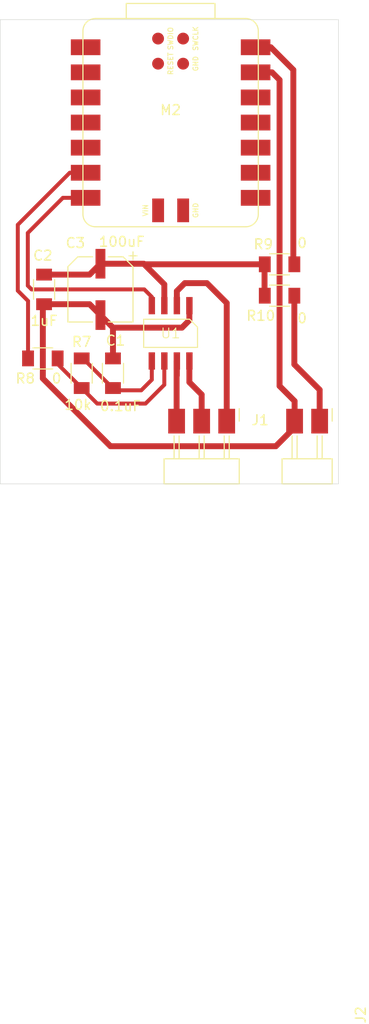
<source format=kicad_pcb>
(kicad_pcb (version 20241229) (generator "pcbnew") (generator_version "9.0")
  (layers (0 "F.Cu" signal) (2 "B.Cu" signal) (13 "F.Paste" user) (15 "B.Paste" user) (5 "F.SilkS" user "F.Silkscreen") (7 "B.SilkS" user "B.Silkscreen") (1 "F.Mask" user) (3 "B.Mask" user) (25 "Edge.Cuts" user))
  (net 0 "")
  (net 1 "/CYCLE")
  (net 2 "Net-(U1-VREF)")
  (net 3 "PWR_GND")
  (net 4 "+5V")
  (net 5 "/PWM")
  (net 6 "Net-(J1-Pin_3)")
  (net 7 "Net-(J1-Pin_1)")
  (net 8 "Net-(J1-Pin_2)")
  (net 22 "VCC")
  (net 26 "Net-(U1-FG)")
  (net 27 "/VCC_EXT")
  (footprint "fab:SeeedStudio_XIAO_RP2040_smd" (layer "F.Cu") (at 165.862 67.564)
    (property "Reference" "M2" (at 0 -1.27 0) (layer "F.SilkS"))
    (property "Value" "Module_XIAO-RP2040")
    (fp_line (start -8.8875 9.281) (end -8.8875 -9.261) (stroke (width 0.12)) (layer "F.SilkS"))
    (fp_line (start -7.6175 -10.531) (end 7.6225 -10.531) (stroke (width 0.12)) (layer "F.SilkS"))
    (fp_line (start 7.6225 10.551) (end -7.6175 10.551) (stroke (width 0.12)) (layer "F.SilkS"))
    (fp_line (start 8.8925 -9.261) (end 8.8925 9.281) (stroke (width 0.12)) (layer "F.SilkS"))
    (fp_rect (start -4.4975 -10.531) (end 4.5025 -12.055) (stroke (width 0.12)) (fill no) (layer "F.SilkS"))
    (fp_arc (start -8.8875 -9.261) (mid -8.515526 -10.159026) (end -7.6175 -10.531) (stroke (width 0.12)) (layer "F.SilkS"))
    (fp_arc (start -7.6175 10.551) (mid -8.515526 10.179026) (end -8.8875 9.281) (stroke (width 0.12)) (layer "F.SilkS"))
    (fp_arc (start 7.6225 -10.531) (mid 8.520526 -10.159026) (end 8.8925 -9.261) (stroke (width 0.12)) (layer "F.SilkS"))
    (fp_arc (start 8.8925 9.281) (mid 8.520526 10.179026) (end 7.6225 10.551) (stroke (width 0.12)) (layer "F.SilkS"))
    (fp_text user "SWCLK" (at 2.54 -8.5 90) (layer "F.SilkS") (effects (font (size 0.5 0.5) (thickness 0.1) (bold yes))))
    (fp_text user "SWDIO" (at 0 -8.5 90) (layer "F.SilkS") (effects (font (size 0.5 0.5) (thickness 0.1) (bold yes))))
    (fp_text user "VIN" (at -2.535 8.89 90) (layer "F.SilkS") (effects (font (size 0.5 0.5) (thickness 0.1) (bold yes))))
    (fp_text user "GND" (at 2.54 -5.96 90) (layer "F.SilkS") (effects (font (size 0.5 0.5) (thickness 0.1) (bold yes))))
    (fp_text user "RESET" (at 0 -5.96 90) (layer "F.SilkS") (effects (font (size 0.5 0.5) (thickness 0.1) (bold yes))))
    (fp_text user "GND" (at 2.545 8.89 90) (layer "F.SilkS") (effects (font (size 0.5 0.5) (thickness 0.1) (bold yes))))
    (pad "1" smd rect (at -7.615 -7.62) (size 3 1.6) (drill (offset -1 0)) (layers "F.Cu" "F.Mask" "F.Paste"))
    (pad "2" smd rect (at -7.615 -5.08) (size 3 1.6) (drill (offset -1 0)) (layers "F.Cu" "F.Mask" "F.Paste"))
    (pad "3" smd rect (at -7.615 -2.54) (size 3 1.6) (drill (offset -1 0)) (layers "F.Cu" "F.Mask" "F.Paste"))
    (pad "4" smd rect (at -7.615 0) (size 3 1.6) (drill (offset -1 0)) (layers "F.Cu" "F.Mask" "F.Paste"))
    (pad "5" smd rect (at -7.615 2.54) (size 3 1.6) (drill (offset -1 0)) (layers "F.Cu" "F.Mask" "F.Paste"))
    (pad "6" smd rect (at -7.615 5.08) (size 3 1.6) (drill (offset -1 0)) (layers "F.Cu" "F.Mask" "F.Paste") (net 1 "/CYCLE"))
    (pad "7" smd rect (at -7.615 7.62) (size 3 1.6) (drill (offset -1 0)) (layers "F.Cu" "F.Mask" "F.Paste") (net 5 "/PWM"))
    (pad "8" smd rect (at 7.62 7.62) (size 3 1.6) (drill (offset 1 0)) (layers "F.Cu" "F.Mask" "F.Paste"))
    (pad "9" smd rect (at 7.62 5.08) (size 3 1.6) (drill (offset 1 0)) (layers "F.Cu" "F.Mask" "F.Paste"))
    (pad "10" smd rect (at 7.62 2.54) (size 3 1.6) (drill (offset 1 0)) (layers "F.Cu" "F.Mask" "F.Paste"))
    (pad "11" smd rect (at 7.62 0) (size 3 1.6) (drill (offset 1 0)) (layers "F.Cu" "F.Mask" "F.Paste"))
    (pad "12" smd rect (at 7.62 -2.54) (size 3 1.6) (drill (offset 1 0)) (layers "F.Cu" "F.Mask" "F.Paste"))
    (pad "13" smd rect (at 7.62 -5.08) (size 3 1.6) (drill (offset 1 0)) (layers "F.Cu" "F.Mask" "F.Paste") (net 3 "PWR_GND"))
    (pad "14" smd rect (at 7.62 -7.62) (size 3 1.6) (drill (offset 1 0)) (layers "F.Cu" "F.Mask" "F.Paste") (net 4 "+5V"))
    (pad "15" smd rect (at 1.275 8.89 270) (size 2.4 1.2) (layers "F.Cu" "F.Mask" "F.Paste"))
    (pad "16" smd rect (at -1.265 8.89 270) (size 2.4 1.2) (layers "F.Cu" "F.Mask" "F.Paste"))
    (pad "17" smd circle (at -1.27 -8.5) (size 1.2 1.2) (layers "F.Cu" "F.Mask" "F.Paste"))
    (pad "18" smd circle (at -1.27 -5.96) (size 1.2 1.2) (layers "F.Cu" "F.Mask" "F.Paste"))
    (pad "19" smd circle (at 1.27 -5.96) (size 1.2 1.2) (layers "F.Cu" "F.Mask" "F.Paste"))
    (pad "20" smd circle (at 1.27 -8.5) (size 1.2 1.2) (layers "F.Cu" "F.Mask" "F.Paste"))
  )
  (footprint "fab:MotorDriver_BLDC_Allegro_A4949GLJTR-6-T" (layer "F.Cu") (at 165.862 88.9 180)
    (property "Reference" "U1" (at 0 0 0) (layer "F.SilkS") (effects (font (thickness 0.1))))
    (property "Value" "MotorDriver_BLDC_Allegro_A4949GLJTR-6-T")
    (fp_line (start 2.73 1.425) (end -1.93 1.425) (stroke (width 0.12)) (layer "F.SilkS"))
    (fp_line (start 2.73 -1.425) (end 2.73 1.425) (stroke (width 0.12)) (layer "F.SilkS"))
    (fp_line (start -1.93 1.425) (end -2.73 0.625) (stroke (width 0.12)) (layer "F.SilkS"))
    (fp_line (start -2.73 0.625) (end -2.73 -1.425) (stroke (width 0.12)) (layer "F.SilkS"))
    (fp_line (start -2.73 -1.425) (end 2.73 -1.425) (stroke (width 0.12)) (layer "F.SilkS"))
    (pad "1" smd rect (at -1.905 2.8 180) (size 0.65 1.75) (layers "F.Cu" "F.Mask" "F.Paste") (net 3 "PWR_GND"))
    (pad "2" smd rect (at -0.635 2.8 180) (size 0.65 1.75) (layers "F.Cu" "F.Mask" "F.Paste") (net 7 "Net-(J1-Pin_1)"))
    (pad "3" smd rect (at 0.635 2.8 180) (size 0.65 1.75) (layers "F.Cu" "F.Mask" "F.Paste") (net 22 "VCC"))
    (pad "4" smd rect (at 1.905 2.8 180) (size 0.65 1.75) (layers "F.Cu" "F.Mask" "F.Paste") (net 5 "/PWM"))
    (pad "5" smd rect (at 1.905 -2.8 180) (size 0.65 1.75) (layers "F.Cu" "F.Mask" "F.Paste") (net 2 "Net-(U1-VREF)"))
    (pad "6" smd rect (at 0.635 -2.8 180) (size 0.65 1.75) (layers "F.Cu" "F.Mask" "F.Paste") (net 26 "Net-(U1-FG)"))
    (pad "7" smd rect (at -0.635 -2.8 180) (size 0.65 1.75) (layers "F.Cu" "F.Mask" "F.Paste") (net 6 "Net-(J1-Pin_3)"))
    (pad "8" smd rect (at -1.905 -2.8 180) (size 0.65 1.75) (layers "F.Cu" "F.Mask" "F.Paste") (net 8 "Net-(J1-Pin_2)"))
  )
  (footprint "fab:C_1206" (layer "F.Cu") (at 160.02 92.94 90)
    (property "Reference" "C1" (at 3.308 0.254 180) (layer "F.SilkS"))
    (property "Value" "0.1uF" (at -3.326 0.762 180) (layer "F.SilkS"))
    (fp_line (start -1 -1.07) (end 1 -1.07) (stroke (width 0.12)) (layer "F.SilkS"))
    (fp_line (start 1 1.07) (end -1 1.07) (stroke (width 0.12)) (layer "F.SilkS"))
    (pad "1" smd rect (at -1.5 0 90) (size 1.2 1.6) (layers "F.Cu" "F.Mask" "F.Paste") (net 2 "Net-(U1-VREF)"))
    (pad "2" smd rect (at 1.5 0 90) (size 1.2 1.6) (layers "F.Cu" "F.Mask" "F.Paste") (net 3 "PWR_GND"))
  )
  (footprint "fab:R_1206" (layer "F.Cu") (at 176.911 81.915 180)
    (property "Reference" "R9" (at 1.651 2.032 0) (layer "F.SilkS"))
    (property "Value" "0" (at -2.286 2.159 0) (layer "F.SilkS"))
    (fp_line (start 1 1.07) (end -1 1.07) (stroke (width 0.12)) (layer "F.SilkS"))
    (fp_line (start -1 -1.07) (end 1 -1.07) (stroke (width 0.12)) (layer "F.SilkS"))
    (pad "1" smd rect (at -1.5 0 180) (size 1.2 1.6) (layers "F.Cu" "F.Mask" "F.Paste") (net 4 "+5V"))
    (pad "2" smd rect (at 1.5 0 180) (size 1.2 1.6) (layers "F.Cu" "F.Mask" "F.Paste") (net 22 "VCC"))
  )
  (footprint "fab:PinHeader_01x03_P2.54mm_Horizontal_SMD" (layer "F.Cu") (at 171.5516 97.79 -90)
    (property "Reference" "J1" (at -0.1016 -2.4384 180) (layer "F.SilkS") (effects (justify left)))
    (property "Value" "BLDC")
    (fp_line (start 3.81 6.35) (end 3.81 -1.27) (stroke (width 0.12)) (layer "F.SilkS"))
    (fp_line (start 6.35 6.35) (end 3.81 6.35) (stroke (width 0.12)) (layer "F.SilkS"))
    (fp_line (start 3.81 5.334) (end 1.5 5.334) (stroke (width 0.12)) (layer "F.SilkS"))
    (fp_line (start 3.81 4.826) (end 1.5 4.826) (stroke (width 0.12)) (layer "F.SilkS"))
    (fp_line (start 3.81 2.794) (end 1.5 2.794) (stroke (width 0.12)) (layer "F.SilkS"))
    (fp_line (start 3.81 2.286) (end 1.5 2.286) (stroke (width 0.12)) (layer "F.SilkS"))
    (fp_line (start 3.81 0.254) (end 1.5 0.254) (stroke (width 0.12)) (layer "F.SilkS"))
    (fp_line (start 3.81 -0.254) (end 1.5 -0.254) (stroke (width 0.12)) (layer "F.SilkS"))
    (fp_line (start -1.27 -1.27) (end 0 -1.27) (stroke (width 0.12)) (layer "F.SilkS"))
    (fp_line (start 3.81 -1.27) (end 6.35 -1.27) (stroke (width 0.12)) (layer "F.SilkS"))
    (fp_line (start 6.35 -1.27) (end 6.35 6.35) (stroke (width 0.12)) (layer "F.SilkS"))
    (pad "1" smd rect (at 0 0 270) (size 2.5 1.7) (layers "F.Cu" "F.Mask" "F.Paste") (net 7 "Net-(J1-Pin_1)"))
    (pad "2" smd rect (at 0 2.54 270) (size 2.5 1.7) (layers "F.Cu" "F.Mask" "F.Paste") (net 8 "Net-(J1-Pin_2)"))
    (pad "3" smd rect (at 0 5.08 270) (size 2.5 1.7) (layers "F.Cu" "F.Mask" "F.Paste") (net 6 "Net-(J1-Pin_3)"))
  )
  (footprint "fab:R_1206" (layer "F.Cu") (at 152.908 91.44)
    (property "Reference" "R8" (at -1.778 2.032 180) (layer "F.SilkS"))
    (property "Value" "0" (at 1.397 2.032 0) (layer "F.SilkS"))
    (fp_line (start -1 -1.07) (end 1 -1.07) (stroke (width 0.12)) (layer "F.SilkS"))
    (fp_line (start 1 1.07) (end -1 1.07) (stroke (width 0.12)) (layer "F.SilkS"))
    (pad "1" smd rect (at -1.5 0) (size 1.2 1.6) (layers "F.Cu" "F.Mask" "F.Paste") (net 1 "/CYCLE"))
    (pad "2" smd rect (at 1.5 0) (size 1.2 1.6) (layers "F.Cu" "F.Mask" "F.Paste") (net 26 "Net-(U1-FG)"))
  )
  (footprint "fab:C_1206" (layer "F.Cu") (at 153.035 84.455 -90)
    (property "Reference" "C2" (at -3.429 0.127 0) (layer "F.SilkS"))
    (property "Value" "1uF" (at 3.175 0 180) (layer "F.SilkS"))
    (fp_line (start 1 1.07) (end -1 1.07) (stroke (width 0.12)) (layer "F.SilkS"))
    (fp_line (start -1 -1.07) (end 1 -1.07) (stroke (width 0.12)) (layer "F.SilkS"))
    (pad "1" smd rect (at -1.5 0 270) (size 1.2 1.6) (layers "F.Cu" "F.Mask" "F.Paste") (net 22 "VCC"))
    (pad "2" smd rect (at 1.5 0 270) (size 1.2 1.6) (layers "F.Cu" "F.Mask" "F.Paste") (net 3 "PWR_GND"))
  )
  (footprint "fab:R_1206" (layer "F.Cu") (at 176.911 85.09 180)
    (property "Reference" "R10" (at 1.905 -2.032 180) (layer "F.SilkS"))
    (property "Value" "0" (at -2.286 -2.286 0) (layer "F.SilkS"))
    (fp_line (start 1 1.07) (end -1 1.07) (stroke (width 0.12)) (layer "F.SilkS"))
    (fp_line (start -1 -1.07) (end 1 -1.07) (stroke (width 0.12)) (layer "F.SilkS"))
    (pad "1" smd rect (at -1.5 0 180) (size 1.2 1.6) (layers "F.Cu" "F.Mask" "F.Paste") (net 27 "/VCC_EXT"))
    (pad "2" smd rect (at 1.5 0 180) (size 1.2 1.6) (layers "F.Cu" "F.Mask" "F.Paste") (net 22 "VCC"))
  )
  (footprint "fab:R_1206" (layer "F.Cu") (at 156.845 92.94 90)
    (property "Reference" "R7" (at 3.175 0 0) (layer "F.SilkS"))
    (property "Value" "10k" (at -3.199 -0.381 180) (layer "F.SilkS"))
    (fp_line (start -1 -1.07) (end 1 -1.07) (stroke (width 0.12)) (layer "F.SilkS"))
    (fp_line (start 1 1.07) (end -1 1.07) (stroke (width 0.12)) (layer "F.SilkS"))
    (pad "1" smd rect (at -1.5 0 90) (size 1.2 1.6) (layers "F.Cu" "F.Mask" "F.Paste") (net 26 "Net-(U1-FG)"))
    (pad "2" smd rect (at 1.5 0 90) (size 1.2 1.6) (layers "F.Cu" "F.Mask" "F.Paste") (net 2 "Net-(U1-VREF)"))
  )
  (footprint "fab:CP_Elec_100uF_Panasonic_EEE-FN1E101UL" (layer "F.Cu") (at 158.75 84.455 -90)
    (property "Reference" "C3" (at -4.699 2.54 0) (layer "F.SilkS"))
    (property "Value" "100uF" (at -4.826 -2.159 180) (layer "F.SilkS"))
    (fp_line (start -2.3 3.3) (end 3.3 3.3) (stroke (width 0.12)) (layer "F.SilkS"))
    (fp_line (start 3.3 3.3) (end 3.3 0.8) (stroke (width 0.12)) (layer "F.SilkS"))
    (fp_line (start -3.3 2.3) (end -2.3 3.3) (stroke (width 0.12)) (layer "F.SilkS"))
    (fp_line (start -3.3 0.8) (end -3.3 2.3) (stroke (width 0.12)) (layer "F.SilkS"))
    (fp_line (start -3.3 -0.8) (end -3.3 -2.3) (stroke (width 0.12)) (layer "F.SilkS"))
    (fp_line (start -3.3 -2.3) (end -2.3 -3.3) (stroke (width 0.12)) (layer "F.SilkS"))
    (fp_line (start -3.8 -3.3) (end -3 -3.3) (stroke (width 0.12)) (layer "F.SilkS"))
    (fp_line (start -2.3 -3.3) (end 3.3 -3.3) (stroke (width 0.12)) (layer "F.SilkS"))
    (fp_line (start 3.3 -3.3) (end 3.3 -0.8) (stroke (width 0.12)) (layer "F.SilkS"))
    (fp_line (start -3.4 -3.7) (end -3.4 -2.9) (stroke (width 0.12)) (layer "F.SilkS"))
    (pad "1" smd rect (at -2.6 0 270) (size 3 1) (layers "F.Cu" "F.Mask" "F.Paste") (net 22 "VCC"))
    (pad "2" smd rect (at 2.6 0 270) (size 3 1) (layers "F.Cu" "F.Mask" "F.Paste") (net 3 "PWR_GND"))
  )
  (footprint "fab:PinHeader_01x02_P2.54mm_Horizontal_SMD" (layer "F.Cu") (at 180.975 97.79 -90)
    (property "Reference" "J2" (at 61.051 -4.167 90) (layer "F.SilkS") (effects (justify left)))
    (property "Value" "External power")
    (fp_line (start 3.81 3.81) (end 3.81 -1.27) (stroke (width 0.12)) (layer "F.SilkS"))
    (fp_line (start 6.35 3.81) (end 3.81 3.81) (stroke (width 0.12)) (layer "F.SilkS"))
    (fp_line (start 3.81 2.794) (end 1.5 2.794) (stroke (width 0.12)) (layer "F.SilkS"))
    (fp_line (start 3.81 2.286) (end 1.5 2.286) (stroke (width 0.12)) (layer "F.SilkS"))
    (fp_line (start 3.81 0.254) (end 1.5 0.254) (stroke (width 0.12)) (layer "F.SilkS"))
    (fp_line (start 3.81 -0.254) (end 1.5 -0.254) (stroke (width 0.12)) (layer "F.SilkS"))
    (fp_line (start -1.27 -1.27) (end 0 -1.27) (stroke (width 0.12)) (layer "F.SilkS"))
    (fp_line (start 3.81 -1.27) (end 6.35 -1.27) (stroke (width 0.12)) (layer "F.SilkS"))
    (fp_line (start 6.35 -1.27) (end 6.35 3.81) (stroke (width 0.12)) (layer "F.SilkS"))
    (pad "1" smd rect (at 0 0 270) (size 2.5 1.7) (layers "F.Cu" "F.Mask" "F.Paste") (net 27 "/VCC_EXT"))
    (pad "2" smd rect (at 0 2.54 270) (size 2.5 1.7) (layers "F.Cu" "F.Mask" "F.Paste") (net 3 "PWR_GND"))
  )
  (gr_line (start 148.59 57.15) (end 182.88 57.15) (stroke (width 0.05)) (layer "Edge.Cuts"))
  (gr_line (start 148.59 104.14) (end 148.59 57.15) (stroke (width 0.05)) (layer "Edge.Cuts"))
  (gr_line (start 182.88 57.15) (end 182.88 104.14) (stroke (width 0.05)) (layer "Edge.Cuts"))
  (gr_line (start 182.88 104.14) (end 148.59 104.14) (stroke (width 0.05)) (layer "Edge.Cuts"))
  (segment (start 151.408 85.622) (end 150.368 84.582) (width 0.4) (layer "F.Cu") (net 1))
  (segment (start 150.368 77.9145) (end 150.97125 77.31125) (width 0.4) (layer "F.Cu") (net 1))
  (segment (start 150.368 84.582) (end 150.368 77.9145) (width 0.4) (layer "F.Cu") (net 1))
  (segment (start 155.6385 72.644) (end 158.247 72.644) (width 0.4) (layer "F.Cu") (net 1))
  (segment (start 151.408 91.44) (end 151.408 85.622) (width 0.4) (layer "F.Cu") (net 1))
  (segment (start 150.97125 77.31125) (end 155.6385 72.644) (width 0.4) (layer "F.Cu") (net 1))
  (segment (start 156.845 91.307) (end 159.978 94.44) (width 0.4) (layer "F.Cu") (net 2))
  (segment (start 162.885 94.671) (end 160.02 94.671) (width 0.4) (layer "F.Cu") (net 2))
  (segment (start 163.957 91.7) (end 163.957 93.599) (width 0.4) (layer "F.Cu") (net 2))
  (segment (start 163.957 93.599) (end 162.885 94.671) (width 0.4) (layer "F.Cu") (net 2))
  (segment (start 173.482 62.484) (end 176.149 62.484) (width 0.6) (layer "F.Cu") (net 3))
  (segment (start 152.908 86.082) (end 153.035 85.955) (width 0.6) (layer "F.Cu") (net 3))
  (segment (start 178.435 95.758) (end 178.435 97.79) (width 0.6) (layer "F.Cu") (net 3))
  (segment (start 152.908 93.472) (end 152.908 86.082) (width 0.6) (layer "F.Cu") (net 3))
  (segment (start 176.911 63.246) (end 176.911 94.234) (width 0.6) (layer "F.Cu") (net 3))
  (segment (start 167.767 86.1) (end 167.767 87.575) (width 0.6) (layer "F.Cu") (net 3))
  (segment (start 160.02 91.44) (end 160.02 88.325) (width 0.6) (layer "F.Cu") (net 3))
  (segment (start 159.766 100.33) (end 152.908 93.472) (width 0.6) (layer "F.Cu") (net 3))
  (segment (start 176.911 94.234) (end 178.435 95.758) (width 0.6) (layer "F.Cu") (net 3))
  (segment (start 176.53 100.33) (end 159.766 100.33) (width 0.6) (layer "F.Cu") (net 3))
  (segment (start 167.767 87.575) (end 167.017 88.325) (width 0.6) (layer "F.Cu") (net 3))
  (segment (start 176.149 62.484) (end 176.911 63.246) (width 0.6) (layer "F.Cu") (net 3))
  (segment (start 178.435 97.79) (end 178.435 98.425) (width 0.6) (layer "F.Cu") (net 3))
  (segment (start 157.65 85.955) (end 158.75 87.055) (width 0.6) (layer "F.Cu") (net 3))
  (segment (start 160.02 88.325) (end 158.75 87.055) (width 0.6) (layer "F.Cu") (net 3))
  (segment (start 153.035 85.955) (end 157.65 85.955) (width 0.6) (layer "F.Cu") (net 3))
  (segment (start 178.435 98.425) (end 176.53 100.33) (width 0.6) (layer "F.Cu") (net 3))
  (segment (start 167.017 88.325) (end 160.02 88.325) (width 0.6) (layer "F.Cu") (net 3))
  (segment (start 173.482 59.944) (end 176.022 59.944) (width 0.6) (layer "F.Cu") (net 4))
  (segment (start 178.308 62.23) (end 178.308 81.812) (width 0.6) (layer "F.Cu") (net 4))
  (segment (start 178.308 81.812) (end 178.411 81.915) (width 0.6) (layer "F.Cu") (net 4))
  (segment (start 176.022 59.944) (end 178.308 62.23) (width 0.6) (layer "F.Cu") (net 4))
  (segment (start 163.957 86.1) (end 163.957 85.217) (width 0.4) (layer "F.Cu") (net 5))
  (segment (start 163.957 85.217) (end 163.195 84.455) (width 0.4) (layer "F.Cu") (net 5))
  (segment (start 151.765 84.455) (end 151.384 84.074) (width 0.4) (layer "F.Cu") (net 5))
  (segment (start 151.384 84.074) (end 151.384 78.74) (width 0.4) (layer "F.Cu") (net 5))
  (segment (start 154.94 75.184) (end 158.247 75.184) (width 0.4) (layer "F.Cu") (net 5))
  (segment (start 163.195 84.455) (end 151.765 84.455) (width 0.4) (layer "F.Cu") (net 5))
  (segment (start 151.384 78.74) (end 154.94 75.184) (width 0.4) (layer "F.Cu") (net 5))
  (segment (start 166.497 91.7) (end 166.497 93.175) (width 0.6) (layer "F.Cu") (net 6))
  (segment (start 166.4716 97.8916) (end 166.4716 91.7254) (width 0.6) (layer "F.Cu") (net 6))
  (segment (start 166.4716 91.7254) (end 166.497 91.7) (width 0.6) (layer "F.Cu") (net 6))
  (segment (start 166.497 84.625) (end 167.302 83.82) (width 0.6) (layer "F.Cu") (net 7))
  (segment (start 169.545 83.82) (end 171.5516 85.8266) (width 0.6) (layer "F.Cu") (net 7))
  (segment (start 166.497 86.1) (end 166.497 84.625) (width 0.6) (layer "F.Cu") (net 7))
  (segment (start 171.5516 85.8266) (end 171.5516 97.8916) (width 0.6) (layer "F.Cu") (net 7))
  (segment (start 167.302 83.82) (end 169.545 83.82) (width 0.6) (layer "F.Cu") (net 7))
  (segment (start 169.0116 95.0976) (end 169.0116 97.8916) (width 0.6) (layer "F.Cu") (net 8))
  (segment (start 167.767 91.7) (end 167.767 93.853) (width 0.6) (layer "F.Cu") (net 8))
  (segment (start 167.767 93.853) (end 169.0116 95.0976) (width 0.6) (layer "F.Cu") (net 8))
  (segment (start 175.387 81.939) (end 175.387 85.066) (width 0.6) (layer "F.Cu") (net 22))
  (segment (start 165.227 83.947) (end 163.135 81.855) (width 0.6) (layer "F.Cu") (net 22))
  (segment (start 165.251 86.076) (end 165.227 86.1) (width 0.6) (layer "F.Cu") (net 22))
  (segment (start 175.03 81.915) (end 163.195 81.915) (width 0.6) (layer "F.Cu") (net 22))
  (segment (start 163.135 81.855) (end 158.75 81.855) (width 0.6) (layer "F.Cu") (net 22))
  (segment (start 165.227 86.1) (end 165.227 83.947) (width 0.6) (layer "F.Cu") (net 22))
  (segment (start 175.387 85.066) (end 175.411 85.09) (width 0.6) (layer "F.Cu") (net 22))
  (segment (start 157.65 82.955) (end 158.75 81.855) (width 0.6) (layer "F.Cu") (net 22))
  (segment (start 153.035 82.955) (end 157.65 82.955) (width 0.6) (layer "F.Cu") (net 22))
  (segment (start 175.411 81.915) (end 175.387 81.939) (width 0.6) (layer "F.Cu") (net 22))
  (segment (start 163.195 81.915) (end 163.135 81.855) (width 0.6) (layer "F.Cu") (net 22))
  (segment (start 156.845 94.44) (end 156.265 94.44) (width 0.4) (layer "F.Cu") (net 26))
  (segment (start 154.408 91.44) (end 154.408 92.003) (width 0.4) (layer "F.Cu") (net 26))
  (segment (start 156.845 94.44) (end 158.417 96.012) (width 0.4) (layer "F.Cu") (net 26))
  (segment (start 165.227 94.107) (end 165.227 91.7) (width 0.4) (layer "F.Cu") (net 26))
  (segment (start 154.408 92.003) (end 156.845 94.44) (width 0.4) (layer "F.Cu") (net 26))
  (segment (start 163.322 96.012) (end 165.227 94.107) (width 0.4) (layer "F.Cu") (net 26))
  (segment (start 158.417 96.012) (end 163.322 96.012) (width 0.4) (layer "F.Cu") (net 26))
  (segment (start 178.411 92.051) (end 180.975 94.615) (width 0.6) (layer "F.Cu") (net 27))
  (segment (start 180.975 94.615) (end 180.975 97.79) (width 0.6) (layer "F.Cu") (net 27))
  (segment (start 178.411 85.09) (end 178.411 92.051) (width 0.6) (layer "F.Cu") (net 27))
)
</source>
